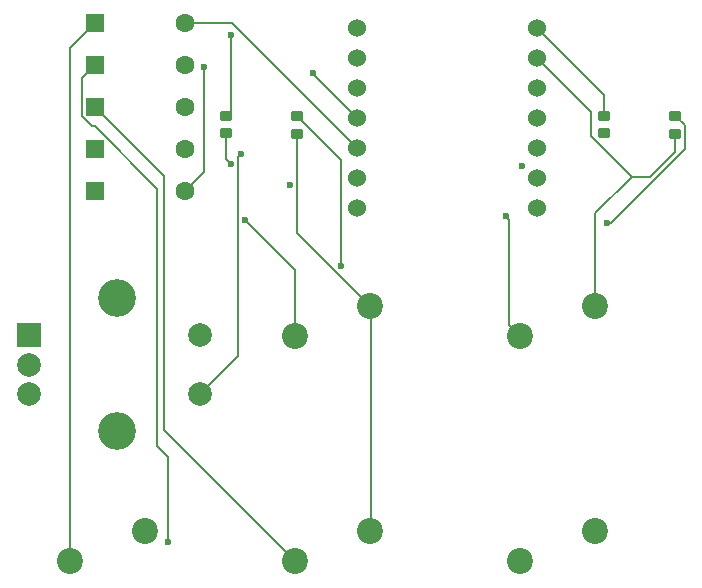
<source format=gbr>
%TF.GenerationSoftware,KiCad,Pcbnew,9.0.6*%
%TF.CreationDate,2026-01-21T21:20:04-06:00*%
%TF.ProjectId,test test,74657374-2074-4657-9374-2e6b69636164,rev?*%
%TF.SameCoordinates,Original*%
%TF.FileFunction,Copper,L2,Bot*%
%TF.FilePolarity,Positive*%
%FSLAX46Y46*%
G04 Gerber Fmt 4.6, Leading zero omitted, Abs format (unit mm)*
G04 Created by KiCad (PCBNEW 9.0.6) date 2026-01-21 21:20:04*
%MOMM*%
%LPD*%
G01*
G04 APERTURE LIST*
G04 Aperture macros list*
%AMRoundRect*
0 Rectangle with rounded corners*
0 $1 Rounding radius*
0 $2 $3 $4 $5 $6 $7 $8 $9 X,Y pos of 4 corners*
0 Add a 4 corners polygon primitive as box body*
4,1,4,$2,$3,$4,$5,$6,$7,$8,$9,$2,$3,0*
0 Add four circle primitives for the rounded corners*
1,1,$1+$1,$2,$3*
1,1,$1+$1,$4,$5*
1,1,$1+$1,$6,$7*
1,1,$1+$1,$8,$9*
0 Add four rect primitives between the rounded corners*
20,1,$1+$1,$2,$3,$4,$5,0*
20,1,$1+$1,$4,$5,$6,$7,0*
20,1,$1+$1,$6,$7,$8,$9,0*
20,1,$1+$1,$8,$9,$2,$3,0*%
G04 Aperture macros list end*
%TA.AperFunction,ComponentPad*%
%ADD10RoundRect,0.250000X-0.550000X-0.550000X0.550000X-0.550000X0.550000X0.550000X-0.550000X0.550000X0*%
%TD*%
%TA.AperFunction,ComponentPad*%
%ADD11C,1.600000*%
%TD*%
%TA.AperFunction,ComponentPad*%
%ADD12R,2.000000X2.000000*%
%TD*%
%TA.AperFunction,ComponentPad*%
%ADD13C,2.000000*%
%TD*%
%TA.AperFunction,ComponentPad*%
%ADD14C,3.200000*%
%TD*%
%TA.AperFunction,ComponentPad*%
%ADD15C,2.200000*%
%TD*%
%TA.AperFunction,SMDPad,CuDef*%
%ADD16RoundRect,0.082000X-0.418000X0.328000X-0.418000X-0.328000X0.418000X-0.328000X0.418000X0.328000X0*%
%TD*%
%TA.AperFunction,SMDPad,CuDef*%
%ADD17RoundRect,0.076284X-0.423716X0.305137X-0.423716X-0.305137X0.423716X-0.305137X0.423716X0.305137X0*%
%TD*%
%TA.AperFunction,ComponentPad*%
%ADD18C,1.524000*%
%TD*%
%TA.AperFunction,ViaPad*%
%ADD19C,0.600000*%
%TD*%
%TA.AperFunction,Conductor*%
%ADD20C,0.200000*%
%TD*%
G04 APERTURE END LIST*
D10*
%TO.P,D5,1,K*%
%TO.N,Net-(D5-K)*%
X72100000Y-63800000D03*
D11*
%TO.P,D5,2,A*%
%TO.N,Net-(D5-A)*%
X79720000Y-63800000D03*
%TD*%
D12*
%TO.P,SW6,A,A*%
%TO.N,Net-(U1-GPIO2{slash}SCK)*%
X66462500Y-83106200D03*
D13*
%TO.P,SW6,B,B*%
%TO.N,Net-(U1-GPIO4{slash}MISO)*%
X66462500Y-88106200D03*
%TO.P,SW6,C,C*%
%TO.N,unconnected-(SW6-PadC)*%
X66462500Y-85606200D03*
D14*
%TO.P,SW6,MP*%
%TO.N,N/C*%
X73962500Y-80006200D03*
X73962500Y-91206200D03*
D13*
%TO.P,SW6,S1,S1*%
%TO.N,Net-(U1-GPIO3{slash}MOSI)*%
X80962500Y-88106200D03*
%TO.P,SW6,S2,S2*%
%TO.N,GND*%
X80962500Y-83106200D03*
%TD*%
D15*
%TO.P,SW4,1,1*%
%TO.N,GND*%
X114458800Y-99695000D03*
%TO.P,SW4,2,2*%
%TO.N,Net-(D4-K)*%
X108108800Y-102235000D03*
%TD*%
D16*
%TO.P,D2,1,VDD*%
%TO.N,+5V*%
X115200000Y-64547158D03*
D17*
%TO.P,D2,2*%
%TO.N,Net-(D1-DOUT)*%
X115200000Y-66018579D03*
D16*
%TO.P,D2,3,VSS*%
%TO.N,GND*%
X121200000Y-66047158D03*
%TO.P,D2,4,DIN*%
%TO.N,Net-(D1-DIN)*%
X121200000Y-64547158D03*
%TD*%
D15*
%TO.P,SW5,1,1*%
%TO.N,GND*%
X76358800Y-99695000D03*
%TO.P,SW5,2,2*%
%TO.N,Net-(D3-K)*%
X70008800Y-102235000D03*
%TD*%
D16*
%TO.P,D1,1,VDD*%
%TO.N,+5V*%
X83200000Y-64547158D03*
D17*
%TO.P,D1,2*%
%TO.N,N/C*%
X83200000Y-66018579D03*
D16*
%TO.P,D1,3,VSS*%
%TO.N,GND*%
X89200000Y-66047158D03*
%TO.P,D1,4,DIN*%
%TO.N,Net-(D1-DIN)*%
X89200000Y-64547158D03*
%TD*%
D18*
%TO.P,U1,1,GPIO26/ADC0/A0*%
%TO.N,Net-(D7-A)*%
X94297500Y-57150000D03*
%TO.P,U1,2,GPIO27/ADC1/A1*%
%TO.N,Net-(D6-A)*%
X94297500Y-59690000D03*
%TO.P,U1,3,GPIO28/ADC2/A2*%
%TO.N,Net-(D5-A)*%
X94297500Y-62230000D03*
%TO.P,U1,4,GPIO29/ADC3/A3*%
%TO.N,Net-(D4-A)*%
X94297500Y-64770000D03*
%TO.P,U1,5,GPIO6/SDA*%
%TO.N,Net-(D3-A)*%
X94297500Y-67310000D03*
%TO.P,U1,6,GPIO7/SCL*%
%TO.N,unconnected-(U1-GPIO7{slash}SCL-Pad6)*%
X94297500Y-69850000D03*
%TO.P,U1,7,GPIO0/TX*%
%TO.N,unconnected-(U1-GPIO0{slash}TX-Pad7)*%
X94297500Y-72390000D03*
%TO.P,U1,8,GPIO1/RX*%
%TO.N,Net-(D1-DIN)*%
X109537500Y-72390000D03*
%TO.P,U1,9,GPIO2/SCK*%
%TO.N,Net-(U1-GPIO2{slash}SCK)*%
X109537500Y-69850000D03*
%TO.P,U1,10,GPIO4/MISO*%
%TO.N,Net-(U1-GPIO4{slash}MISO)*%
X109537500Y-67310000D03*
%TO.P,U1,11,GPIO3/MOSI*%
%TO.N,Net-(U1-GPIO3{slash}MOSI)*%
X109537500Y-64770000D03*
%TO.P,U1,12,3V3*%
%TO.N,unconnected-(U1-3V3-Pad12)*%
X109537500Y-62230000D03*
%TO.P,U1,13,GND*%
%TO.N,GND*%
X109537500Y-59690000D03*
%TO.P,U1,14,VBUS*%
%TO.N,+5V*%
X109537500Y-57150000D03*
%TD*%
D15*
%TO.P,SW1,1,1*%
%TO.N,GND*%
X95408800Y-80645000D03*
%TO.P,SW1,2,2*%
%TO.N,Net-(D7-K)*%
X89058800Y-83185000D03*
%TD*%
D10*
%TO.P,D6,1,K*%
%TO.N,Net-(D6-K)*%
X72100000Y-67350000D03*
D11*
%TO.P,D6,2,A*%
%TO.N,Net-(D6-A)*%
X79720000Y-67350000D03*
%TD*%
D10*
%TO.P,D4,1,K*%
%TO.N,Net-(D4-K)*%
X72100000Y-60250000D03*
D11*
%TO.P,D4,2,A*%
%TO.N,Net-(D4-A)*%
X79720000Y-60250000D03*
%TD*%
D15*
%TO.P,SW3,1,1*%
%TO.N,GND*%
X95408800Y-99695000D03*
%TO.P,SW3,2,2*%
%TO.N,Net-(D5-K)*%
X89058800Y-102235000D03*
%TD*%
D10*
%TO.P,D7,1,K*%
%TO.N,Net-(D7-K)*%
X72100000Y-70900000D03*
D11*
%TO.P,D7,2,A*%
%TO.N,Net-(D7-A)*%
X79720000Y-70900000D03*
%TD*%
D15*
%TO.P,SW2,1,1*%
%TO.N,GND*%
X114458800Y-80645000D03*
%TO.P,SW2,2,2*%
%TO.N,Net-(D6-K)*%
X108108800Y-83185000D03*
%TD*%
D10*
%TO.P,D3,1,K*%
%TO.N,Net-(D3-K)*%
X72100000Y-56700000D03*
D11*
%TO.P,D3,2,A*%
%TO.N,Net-(D3-A)*%
X79720000Y-56700000D03*
%TD*%
D19*
%TO.N,Net-(D1-DIN)*%
X115400000Y-73600000D03*
%TO.N,*%
X83619700Y-68583865D03*
X88600000Y-70400000D03*
X108200000Y-68800000D03*
%TO.N,Net-(D4-K)*%
X78310300Y-100649200D03*
%TO.N,Net-(D4-A)*%
X90546300Y-60932500D03*
%TO.N,+5V*%
X83583500Y-57679500D03*
%TO.N,Net-(D1-DIN)*%
X92954700Y-77217600D03*
%TO.N,Net-(D6-K)*%
X106884700Y-73004500D03*
%TO.N,Net-(D7-A)*%
X81319800Y-60430000D03*
%TO.N,Net-(D7-K)*%
X84821400Y-73342600D03*
%TO.N,Net-(U1-GPIO3{slash}MOSI)*%
X84485300Y-67803700D03*
%TD*%
D20*
%TO.N,Net-(D1-DIN)*%
X115767100Y-73600000D02*
X115400000Y-73600000D01*
X122001000Y-67366100D02*
X115767100Y-73600000D01*
X122001000Y-65348158D02*
X122001000Y-67366100D01*
X121200000Y-64547158D02*
X122001000Y-65348158D01*
%TO.N,*%
X83200000Y-68164165D02*
X83619700Y-68583865D01*
X83200000Y-66018579D02*
X83200000Y-68164165D01*
%TO.N,Net-(D3-K)*%
X70008800Y-102235000D02*
X70008800Y-58791200D01*
X70008800Y-58791200D02*
X72100000Y-56700000D01*
%TO.N,Net-(D3-A)*%
X83687500Y-56700000D02*
X79720000Y-56700000D01*
X94297500Y-67310000D02*
X83687500Y-56700000D01*
%TO.N,Net-(D4-K)*%
X70992900Y-61357100D02*
X70992900Y-64574400D01*
X72064900Y-65433400D02*
X77358600Y-70727100D01*
X77358600Y-70727100D02*
X77358600Y-92514900D01*
X71851900Y-65433400D02*
X72064900Y-65433400D01*
X78310300Y-93466600D02*
X78310300Y-100649200D01*
X72100000Y-60250000D02*
X70992900Y-61357100D01*
X70992900Y-64574400D02*
X71851900Y-65433400D01*
X77358600Y-92514900D02*
X78310300Y-93466600D01*
%TO.N,Net-(D4-A)*%
X94297500Y-64770000D02*
X90546300Y-61018800D01*
X90546300Y-61018800D02*
X90546300Y-60932500D01*
%TO.N,GND*%
X121200000Y-67600000D02*
X119078000Y-69722000D01*
X117525200Y-69722000D02*
X114076900Y-66273700D01*
X89200000Y-74436200D02*
X95408800Y-80645000D01*
X119078000Y-69722000D02*
X117525200Y-69722000D01*
X114076900Y-64229400D02*
X109537500Y-59690000D01*
X121200000Y-66047158D02*
X121200000Y-67600000D01*
X95408800Y-80645000D02*
X95459600Y-80695800D01*
X95459600Y-99644200D02*
X95408800Y-99695000D01*
X114458800Y-72788400D02*
X114458800Y-80645000D01*
X114076900Y-66273700D02*
X114076900Y-64229400D01*
X95459600Y-80695800D02*
X95459600Y-99644200D01*
X117525200Y-69722000D02*
X114458800Y-72788400D01*
X89200000Y-66047200D02*
X89200000Y-74436200D01*
%TO.N,+5V*%
X83583500Y-64163700D02*
X83583500Y-57679500D01*
X83200000Y-64547200D02*
X83583500Y-64163700D01*
X109537500Y-57150000D02*
X115200000Y-62812500D01*
X115200000Y-62812500D02*
X115200000Y-64547200D01*
%TO.N,Net-(D1-DIN)*%
X92954700Y-68301900D02*
X89200000Y-64547200D01*
X92954700Y-77217600D02*
X92954700Y-68301900D01*
%TO.N,Net-(D5-K)*%
X89058800Y-102235000D02*
X77960500Y-91136700D01*
X77960500Y-69660500D02*
X72100000Y-63800000D01*
X77960500Y-91136700D02*
X77960500Y-69660500D01*
%TO.N,Net-(D6-K)*%
X107165900Y-73342600D02*
X106884700Y-73061400D01*
X106884700Y-73061400D02*
X106884700Y-73004500D01*
X107165900Y-73342600D02*
X107165900Y-82242100D01*
X107165900Y-82242100D02*
X108108800Y-83185000D01*
%TO.N,Net-(D7-A)*%
X81319800Y-69300200D02*
X79720000Y-70900000D01*
X81319800Y-60430000D02*
X81319800Y-69300200D01*
%TO.N,Net-(D7-K)*%
X89058800Y-83185000D02*
X89058800Y-77580000D01*
X89058800Y-77580000D02*
X84821400Y-73342600D01*
%TO.N,Net-(U1-GPIO3{slash}MOSI)*%
X84219700Y-68069300D02*
X84219700Y-84849000D01*
X84219700Y-84849000D02*
X80962500Y-88106200D01*
X84485300Y-67803700D02*
X84219700Y-68069300D01*
%TD*%
M02*

</source>
